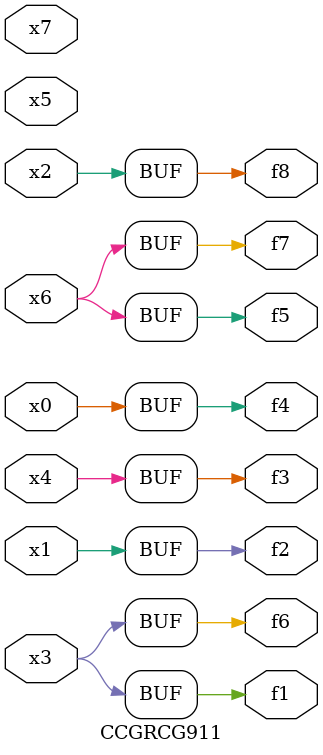
<source format=v>
module CCGRCG911(
	input x0, x1, x2, x3, x4, x5, x6, x7,
	output f1, f2, f3, f4, f5, f6, f7, f8
);
	assign f1 = x3;
	assign f2 = x1;
	assign f3 = x4;
	assign f4 = x0;
	assign f5 = x6;
	assign f6 = x3;
	assign f7 = x6;
	assign f8 = x2;
endmodule

</source>
